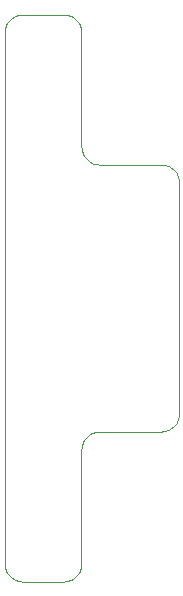
<source format=gbr>
%TF.GenerationSoftware,KiCad,Pcbnew,5.1.9-73d0e3b20d~88~ubuntu20.04.1*%
%TF.CreationDate,2021-04-18T19:13:24-07:00*%
%TF.ProjectId,encoder,656e636f-6465-4722-9e6b-696361645f70,rev?*%
%TF.SameCoordinates,Original*%
%TF.FileFunction,Profile,NP*%
%FSLAX46Y46*%
G04 Gerber Fmt 4.6, Leading zero omitted, Abs format (unit mm)*
G04 Created by KiCad (PCBNEW 5.1.9-73d0e3b20d~88~ubuntu20.04.1) date 2021-04-18 19:13:24*
%MOMM*%
%LPD*%
G01*
G04 APERTURE LIST*
%TA.AperFunction,Profile*%
%ADD10C,0.050000*%
%TD*%
G04 APERTURE END LIST*
D10*
X92500000Y-76000000D02*
X92370000Y-76010000D01*
X92370000Y-76010000D02*
X92240000Y-76020000D01*
X92240000Y-76020000D02*
X92110000Y-76050000D01*
X92110000Y-76050000D02*
X91990000Y-76090000D01*
X91990000Y-76090000D02*
X91870000Y-76140000D01*
X91870000Y-76140000D02*
X91750000Y-76200000D01*
X91750000Y-76200000D02*
X91640000Y-76270000D01*
X91640000Y-76270000D02*
X91540000Y-76350000D01*
X91540000Y-76350000D02*
X91440000Y-76440000D01*
X91440000Y-76440000D02*
X91350000Y-76540000D01*
X91350000Y-76540000D02*
X91270000Y-76640000D01*
X91270000Y-76640000D02*
X91200000Y-76750000D01*
X91200000Y-76750000D02*
X91140000Y-76870000D01*
X91140000Y-76870000D02*
X91090000Y-76990000D01*
X91090000Y-76990000D02*
X91050000Y-77110000D01*
X91050000Y-77110000D02*
X91020000Y-77240000D01*
X91020000Y-77240000D02*
X91010000Y-77370000D01*
X91010000Y-77370000D02*
X91000000Y-77500000D01*
X91000000Y-77500000D02*
X91000000Y-122500000D01*
X91000000Y-122500000D02*
X91010000Y-122630000D01*
X91010000Y-122630000D02*
X91020000Y-122760000D01*
X91020000Y-122760000D02*
X91050000Y-122890000D01*
X91050000Y-122890000D02*
X91090000Y-123010000D01*
X91090000Y-123010000D02*
X91140000Y-123130000D01*
X91140000Y-123130000D02*
X91200000Y-123250000D01*
X91200000Y-123250000D02*
X91270000Y-123360000D01*
X91270000Y-123360000D02*
X91350000Y-123460000D01*
X91350000Y-123460000D02*
X91440000Y-123560000D01*
X91440000Y-123560000D02*
X91540000Y-123650000D01*
X91540000Y-123650000D02*
X91640000Y-123730000D01*
X91640000Y-123730000D02*
X91750000Y-123800000D01*
X91750000Y-123800000D02*
X91870000Y-123860000D01*
X91870000Y-123860000D02*
X91990000Y-123910000D01*
X91990000Y-123910000D02*
X92110000Y-123950000D01*
X92110000Y-123950000D02*
X92240000Y-123980000D01*
X92240000Y-123980000D02*
X92370000Y-123990000D01*
X92370000Y-123990000D02*
X92500000Y-124000000D01*
X92500000Y-124000000D02*
X96000000Y-124000000D01*
X96000000Y-124000000D02*
X96130000Y-123990000D01*
X96130000Y-123990000D02*
X96260000Y-123980000D01*
X96260000Y-123980000D02*
X96390000Y-123950000D01*
X96390000Y-123950000D02*
X96510000Y-123910000D01*
X96510000Y-123910000D02*
X96630000Y-123860000D01*
X96630000Y-123860000D02*
X96750000Y-123800000D01*
X96750000Y-123800000D02*
X96860000Y-123730000D01*
X96860000Y-123730000D02*
X96960000Y-123650000D01*
X96960000Y-123650000D02*
X97060000Y-123560000D01*
X97060000Y-123560000D02*
X97150000Y-123460000D01*
X97150000Y-123460000D02*
X97230000Y-123360000D01*
X97230000Y-123360000D02*
X97300000Y-123250000D01*
X97300000Y-123250000D02*
X97360000Y-123130000D01*
X97360000Y-123130000D02*
X97410000Y-123010000D01*
X97410000Y-123010000D02*
X97450000Y-122890000D01*
X97450000Y-122890000D02*
X97480000Y-122760000D01*
X97480000Y-122760000D02*
X97490000Y-122630000D01*
X97490000Y-122630000D02*
X97500000Y-122500000D01*
X97500000Y-122500000D02*
X97500000Y-112800000D01*
X97500000Y-112800000D02*
X97510000Y-112670000D01*
X97510000Y-112670000D02*
X97520000Y-112540000D01*
X97520000Y-112540000D02*
X97550000Y-112410000D01*
X97550000Y-112410000D02*
X97590000Y-112290000D01*
X97590000Y-112290000D02*
X97640000Y-112170000D01*
X97640000Y-112170000D02*
X97700000Y-112050000D01*
X97700000Y-112050000D02*
X97770000Y-111940000D01*
X97770000Y-111940000D02*
X97850000Y-111840000D01*
X97850000Y-111840000D02*
X97940000Y-111740000D01*
X97940000Y-111740000D02*
X98040000Y-111650000D01*
X98040000Y-111650000D02*
X98140000Y-111570000D01*
X98140000Y-111570000D02*
X98250000Y-111500000D01*
X98250000Y-111500000D02*
X98370000Y-111440000D01*
X98370000Y-111440000D02*
X98490000Y-111390000D01*
X98490000Y-111390000D02*
X98610000Y-111350000D01*
X98610000Y-111350000D02*
X98740000Y-111320000D01*
X98740000Y-111320000D02*
X98870000Y-111310000D01*
X98870000Y-111310000D02*
X99000000Y-111300000D01*
X99000000Y-111300000D02*
X104250000Y-111300000D01*
X104250000Y-111300000D02*
X104380000Y-111290000D01*
X104380000Y-111290000D02*
X104510000Y-111280000D01*
X104510000Y-111280000D02*
X104640000Y-111250000D01*
X104640000Y-111250000D02*
X104760000Y-111210000D01*
X104760000Y-111210000D02*
X104880000Y-111160000D01*
X104880000Y-111160000D02*
X105000000Y-111100000D01*
X105000000Y-111100000D02*
X105110000Y-111030000D01*
X105110000Y-111030000D02*
X105210000Y-110950000D01*
X105210000Y-110950000D02*
X105310000Y-110860000D01*
X105310000Y-110860000D02*
X105400000Y-110760000D01*
X105400000Y-110760000D02*
X105480000Y-110660000D01*
X105480000Y-110660000D02*
X105550000Y-110550000D01*
X105550000Y-110550000D02*
X105610000Y-110430000D01*
X105610000Y-110430000D02*
X105660000Y-110310000D01*
X105660000Y-110310000D02*
X105700000Y-110190000D01*
X105700000Y-110190000D02*
X105730000Y-110060000D01*
X105730000Y-110060000D02*
X105740000Y-109930000D01*
X105740000Y-109930000D02*
X105750000Y-109800000D01*
X105750000Y-109800000D02*
X105750000Y-90200000D01*
X105750000Y-90200000D02*
X105740000Y-90070000D01*
X105740000Y-90070000D02*
X105730000Y-89940000D01*
X105730000Y-89940000D02*
X105700000Y-89810000D01*
X105700000Y-89810000D02*
X105660000Y-89690000D01*
X105660000Y-89690000D02*
X105610000Y-89570000D01*
X105610000Y-89570000D02*
X105550000Y-89450000D01*
X105550000Y-89450000D02*
X105480000Y-89340000D01*
X105480000Y-89340000D02*
X105400000Y-89240000D01*
X105400000Y-89240000D02*
X105310000Y-89140000D01*
X105310000Y-89140000D02*
X105210000Y-89050000D01*
X105210000Y-89050000D02*
X105110000Y-88970000D01*
X105110000Y-88970000D02*
X105000000Y-88900000D01*
X105000000Y-88900000D02*
X104880000Y-88840000D01*
X104880000Y-88840000D02*
X104760000Y-88790000D01*
X104760000Y-88790000D02*
X104640000Y-88750000D01*
X104640000Y-88750000D02*
X104510000Y-88720000D01*
X104510000Y-88720000D02*
X104380000Y-88710000D01*
X104380000Y-88710000D02*
X104250000Y-88700000D01*
X104250000Y-88700000D02*
X99000000Y-88700000D01*
X99000000Y-88700000D02*
X98870000Y-88690000D01*
X98870000Y-88690000D02*
X98740000Y-88680000D01*
X98740000Y-88680000D02*
X98610000Y-88650000D01*
X98610000Y-88650000D02*
X98490000Y-88610000D01*
X98490000Y-88610000D02*
X98370000Y-88560000D01*
X98370000Y-88560000D02*
X98250000Y-88500000D01*
X98250000Y-88500000D02*
X98140000Y-88430000D01*
X98140000Y-88430000D02*
X98040000Y-88350000D01*
X98040000Y-88350000D02*
X97940000Y-88260000D01*
X97940000Y-88260000D02*
X97850000Y-88160000D01*
X97850000Y-88160000D02*
X97770000Y-88060000D01*
X97770000Y-88060000D02*
X97700000Y-87950000D01*
X97700000Y-87950000D02*
X97640000Y-87830000D01*
X97640000Y-87830000D02*
X97590000Y-87710000D01*
X97590000Y-87710000D02*
X97550000Y-87590000D01*
X97550000Y-87590000D02*
X97520000Y-87460000D01*
X97520000Y-87460000D02*
X97510000Y-87330000D01*
X97510000Y-87330000D02*
X97500000Y-87200000D01*
X97500000Y-87200000D02*
X97500000Y-77500000D01*
X97500000Y-77500000D02*
X97490000Y-77370000D01*
X97490000Y-77370000D02*
X97480000Y-77240000D01*
X97480000Y-77240000D02*
X97450000Y-77110000D01*
X97450000Y-77110000D02*
X97410000Y-76990000D01*
X97410000Y-76990000D02*
X97360000Y-76870000D01*
X97360000Y-76870000D02*
X97300000Y-76750000D01*
X97300000Y-76750000D02*
X97230000Y-76640000D01*
X97230000Y-76640000D02*
X97150000Y-76540000D01*
X97150000Y-76540000D02*
X97060000Y-76440000D01*
X97060000Y-76440000D02*
X96960000Y-76350000D01*
X96960000Y-76350000D02*
X96860000Y-76270000D01*
X96860000Y-76270000D02*
X96750000Y-76200000D01*
X96750000Y-76200000D02*
X96630000Y-76140000D01*
X96630000Y-76140000D02*
X96510000Y-76090000D01*
X96510000Y-76090000D02*
X96390000Y-76050000D01*
X96390000Y-76050000D02*
X96260000Y-76020000D01*
X96260000Y-76020000D02*
X96130000Y-76010000D01*
X96130000Y-76010000D02*
X96000000Y-76000000D01*
X96000000Y-76000000D02*
X92500000Y-76000000D01*
M02*

</source>
